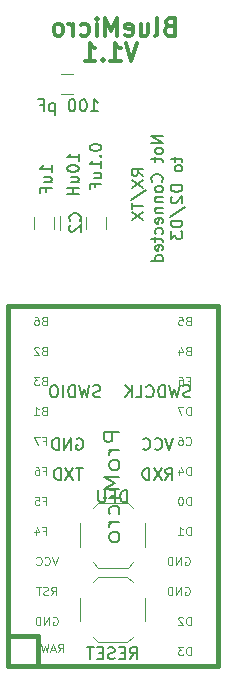
<source format=gbr>
G04 #@! TF.FileFunction,Legend,Bot*
%FSLAX46Y46*%
G04 Gerber Fmt 4.6, Leading zero omitted, Abs format (unit mm)*
G04 Created by KiCad (PCBNEW 4.0.7) date 05/29/18 11:00:58*
%MOMM*%
%LPD*%
G01*
G04 APERTURE LIST*
%ADD10C,0.100000*%
%ADD11C,0.150000*%
%ADD12C,0.300000*%
%ADD13C,0.200000*%
%ADD14C,0.120000*%
%ADD15C,0.381000*%
%ADD16C,0.203200*%
G04 APERTURE END LIST*
D10*
D11*
X111832381Y-111868509D02*
X111356190Y-111535175D01*
X111832381Y-111297080D02*
X110832381Y-111297080D01*
X110832381Y-111678033D01*
X110880000Y-111773271D01*
X110927619Y-111820890D01*
X111022857Y-111868509D01*
X111165714Y-111868509D01*
X111260952Y-111820890D01*
X111308571Y-111773271D01*
X111356190Y-111678033D01*
X111356190Y-111297080D01*
X110832381Y-112201842D02*
X111832381Y-112868509D01*
X110832381Y-112868509D02*
X111832381Y-112201842D01*
X110784762Y-113963747D02*
X112070476Y-113106604D01*
X110832381Y-114154223D02*
X110832381Y-114725652D01*
X111832381Y-114439937D02*
X110832381Y-114439937D01*
X110832381Y-114963747D02*
X111832381Y-115630414D01*
X110832381Y-115630414D02*
X111832381Y-114963747D01*
X113482381Y-108511365D02*
X112482381Y-108511365D01*
X113482381Y-109082794D01*
X112482381Y-109082794D01*
X113482381Y-109701841D02*
X113434762Y-109606603D01*
X113387143Y-109558984D01*
X113291905Y-109511365D01*
X113006190Y-109511365D01*
X112910952Y-109558984D01*
X112863333Y-109606603D01*
X112815714Y-109701841D01*
X112815714Y-109844699D01*
X112863333Y-109939937D01*
X112910952Y-109987556D01*
X113006190Y-110035175D01*
X113291905Y-110035175D01*
X113387143Y-109987556D01*
X113434762Y-109939937D01*
X113482381Y-109844699D01*
X113482381Y-109701841D01*
X112815714Y-110320889D02*
X112815714Y-110701841D01*
X112482381Y-110463746D02*
X113339524Y-110463746D01*
X113434762Y-110511365D01*
X113482381Y-110606603D01*
X113482381Y-110701841D01*
X113387143Y-112368509D02*
X113434762Y-112320890D01*
X113482381Y-112178033D01*
X113482381Y-112082795D01*
X113434762Y-111939937D01*
X113339524Y-111844699D01*
X113244286Y-111797080D01*
X113053810Y-111749461D01*
X112910952Y-111749461D01*
X112720476Y-111797080D01*
X112625238Y-111844699D01*
X112530000Y-111939937D01*
X112482381Y-112082795D01*
X112482381Y-112178033D01*
X112530000Y-112320890D01*
X112577619Y-112368509D01*
X113482381Y-112939937D02*
X113434762Y-112844699D01*
X113387143Y-112797080D01*
X113291905Y-112749461D01*
X113006190Y-112749461D01*
X112910952Y-112797080D01*
X112863333Y-112844699D01*
X112815714Y-112939937D01*
X112815714Y-113082795D01*
X112863333Y-113178033D01*
X112910952Y-113225652D01*
X113006190Y-113273271D01*
X113291905Y-113273271D01*
X113387143Y-113225652D01*
X113434762Y-113178033D01*
X113482381Y-113082795D01*
X113482381Y-112939937D01*
X112815714Y-113701842D02*
X113482381Y-113701842D01*
X112910952Y-113701842D02*
X112863333Y-113749461D01*
X112815714Y-113844699D01*
X112815714Y-113987557D01*
X112863333Y-114082795D01*
X112958571Y-114130414D01*
X113482381Y-114130414D01*
X112815714Y-114606604D02*
X113482381Y-114606604D01*
X112910952Y-114606604D02*
X112863333Y-114654223D01*
X112815714Y-114749461D01*
X112815714Y-114892319D01*
X112863333Y-114987557D01*
X112958571Y-115035176D01*
X113482381Y-115035176D01*
X113434762Y-115892319D02*
X113482381Y-115797081D01*
X113482381Y-115606604D01*
X113434762Y-115511366D01*
X113339524Y-115463747D01*
X112958571Y-115463747D01*
X112863333Y-115511366D01*
X112815714Y-115606604D01*
X112815714Y-115797081D01*
X112863333Y-115892319D01*
X112958571Y-115939938D01*
X113053810Y-115939938D01*
X113149048Y-115463747D01*
X113434762Y-116797081D02*
X113482381Y-116701843D01*
X113482381Y-116511366D01*
X113434762Y-116416128D01*
X113387143Y-116368509D01*
X113291905Y-116320890D01*
X113006190Y-116320890D01*
X112910952Y-116368509D01*
X112863333Y-116416128D01*
X112815714Y-116511366D01*
X112815714Y-116701843D01*
X112863333Y-116797081D01*
X112815714Y-117082795D02*
X112815714Y-117463747D01*
X112482381Y-117225652D02*
X113339524Y-117225652D01*
X113434762Y-117273271D01*
X113482381Y-117368509D01*
X113482381Y-117463747D01*
X113434762Y-118178034D02*
X113482381Y-118082796D01*
X113482381Y-117892319D01*
X113434762Y-117797081D01*
X113339524Y-117749462D01*
X112958571Y-117749462D01*
X112863333Y-117797081D01*
X112815714Y-117892319D01*
X112815714Y-118082796D01*
X112863333Y-118178034D01*
X112958571Y-118225653D01*
X113053810Y-118225653D01*
X113149048Y-117749462D01*
X113482381Y-119082796D02*
X112482381Y-119082796D01*
X113434762Y-119082796D02*
X113482381Y-118987558D01*
X113482381Y-118797081D01*
X113434762Y-118701843D01*
X113387143Y-118654224D01*
X113291905Y-118606605D01*
X113006190Y-118606605D01*
X112910952Y-118654224D01*
X112863333Y-118701843D01*
X112815714Y-118797081D01*
X112815714Y-118987558D01*
X112863333Y-119082796D01*
X114465714Y-110297080D02*
X114465714Y-110678032D01*
X114132381Y-110439937D02*
X114989524Y-110439937D01*
X115084762Y-110487556D01*
X115132381Y-110582794D01*
X115132381Y-110678032D01*
X115132381Y-111154223D02*
X115084762Y-111058985D01*
X115037143Y-111011366D01*
X114941905Y-110963747D01*
X114656190Y-110963747D01*
X114560952Y-111011366D01*
X114513333Y-111058985D01*
X114465714Y-111154223D01*
X114465714Y-111297081D01*
X114513333Y-111392319D01*
X114560952Y-111439938D01*
X114656190Y-111487557D01*
X114941905Y-111487557D01*
X115037143Y-111439938D01*
X115084762Y-111392319D01*
X115132381Y-111297081D01*
X115132381Y-111154223D01*
X115132381Y-112678033D02*
X114132381Y-112678033D01*
X114132381Y-112916128D01*
X114180000Y-113058986D01*
X114275238Y-113154224D01*
X114370476Y-113201843D01*
X114560952Y-113249462D01*
X114703810Y-113249462D01*
X114894286Y-113201843D01*
X114989524Y-113154224D01*
X115084762Y-113058986D01*
X115132381Y-112916128D01*
X115132381Y-112678033D01*
X114227619Y-113630414D02*
X114180000Y-113678033D01*
X114132381Y-113773271D01*
X114132381Y-114011367D01*
X114180000Y-114106605D01*
X114227619Y-114154224D01*
X114322857Y-114201843D01*
X114418095Y-114201843D01*
X114560952Y-114154224D01*
X115132381Y-113582795D01*
X115132381Y-114201843D01*
X114084762Y-115344700D02*
X115370476Y-114487557D01*
X115132381Y-115678033D02*
X114132381Y-115678033D01*
X114132381Y-115916128D01*
X114180000Y-116058986D01*
X114275238Y-116154224D01*
X114370476Y-116201843D01*
X114560952Y-116249462D01*
X114703810Y-116249462D01*
X114894286Y-116201843D01*
X114989524Y-116154224D01*
X115084762Y-116058986D01*
X115132381Y-115916128D01*
X115132381Y-115678033D01*
X114132381Y-116582795D02*
X114132381Y-117201843D01*
X114513333Y-116868509D01*
X114513333Y-117011367D01*
X114560952Y-117106605D01*
X114608571Y-117154224D01*
X114703810Y-117201843D01*
X114941905Y-117201843D01*
X115037143Y-117154224D01*
X115084762Y-117106605D01*
X115132381Y-117011367D01*
X115132381Y-116725652D01*
X115084762Y-116630414D01*
X115037143Y-116582795D01*
D12*
X111317754Y-100664271D02*
X110817754Y-102164271D01*
X110317754Y-100664271D01*
X109032040Y-102164271D02*
X109889183Y-102164271D01*
X109460611Y-102164271D02*
X109460611Y-100664271D01*
X109603468Y-100878557D01*
X109746326Y-101021414D01*
X109889183Y-101092843D01*
X108389183Y-102021414D02*
X108317755Y-102092843D01*
X108389183Y-102164271D01*
X108460612Y-102092843D01*
X108389183Y-102021414D01*
X108389183Y-102164271D01*
X106889183Y-102164271D02*
X107746326Y-102164271D01*
X107317754Y-102164271D02*
X107317754Y-100664271D01*
X107460611Y-100878557D01*
X107603469Y-101021414D01*
X107746326Y-101092843D01*
X114017642Y-99217017D02*
X113803356Y-99288446D01*
X113731928Y-99359874D01*
X113660499Y-99502731D01*
X113660499Y-99717017D01*
X113731928Y-99859874D01*
X113803356Y-99931303D01*
X113946214Y-100002731D01*
X114517642Y-100002731D01*
X114517642Y-98502731D01*
X114017642Y-98502731D01*
X113874785Y-98574160D01*
X113803356Y-98645589D01*
X113731928Y-98788446D01*
X113731928Y-98931303D01*
X113803356Y-99074160D01*
X113874785Y-99145589D01*
X114017642Y-99217017D01*
X114517642Y-99217017D01*
X112803356Y-100002731D02*
X112946214Y-99931303D01*
X113017642Y-99788446D01*
X113017642Y-98502731D01*
X111589071Y-99002731D02*
X111589071Y-100002731D01*
X112231928Y-99002731D02*
X112231928Y-99788446D01*
X112160500Y-99931303D01*
X112017642Y-100002731D01*
X111803357Y-100002731D01*
X111660500Y-99931303D01*
X111589071Y-99859874D01*
X110303357Y-99931303D02*
X110446214Y-100002731D01*
X110731928Y-100002731D01*
X110874785Y-99931303D01*
X110946214Y-99788446D01*
X110946214Y-99217017D01*
X110874785Y-99074160D01*
X110731928Y-99002731D01*
X110446214Y-99002731D01*
X110303357Y-99074160D01*
X110231928Y-99217017D01*
X110231928Y-99359874D01*
X110946214Y-99502731D01*
X109589071Y-100002731D02*
X109589071Y-98502731D01*
X109089071Y-99574160D01*
X108589071Y-98502731D01*
X108589071Y-100002731D01*
X107874785Y-100002731D02*
X107874785Y-99002731D01*
X107874785Y-98502731D02*
X107946214Y-98574160D01*
X107874785Y-98645589D01*
X107803357Y-98574160D01*
X107874785Y-98502731D01*
X107874785Y-98645589D01*
X106517642Y-99931303D02*
X106660499Y-100002731D01*
X106946213Y-100002731D01*
X107089071Y-99931303D01*
X107160499Y-99859874D01*
X107231928Y-99717017D01*
X107231928Y-99288446D01*
X107160499Y-99145589D01*
X107089071Y-99074160D01*
X106946213Y-99002731D01*
X106660499Y-99002731D01*
X106517642Y-99074160D01*
X105874785Y-100002731D02*
X105874785Y-99002731D01*
X105874785Y-99288446D02*
X105803357Y-99145589D01*
X105731928Y-99074160D01*
X105589071Y-99002731D01*
X105446214Y-99002731D01*
X104731928Y-100002731D02*
X104874786Y-99931303D01*
X104946214Y-99859874D01*
X105017643Y-99717017D01*
X105017643Y-99288446D01*
X104946214Y-99145589D01*
X104874786Y-99074160D01*
X104731928Y-99002731D01*
X104517643Y-99002731D01*
X104374786Y-99074160D01*
X104303357Y-99145589D01*
X104231928Y-99288446D01*
X104231928Y-99717017D01*
X104303357Y-99859874D01*
X104374786Y-99931303D01*
X104517643Y-100002731D01*
X104731928Y-100002731D01*
D13*
X108164047Y-130579762D02*
X108021190Y-130627381D01*
X107783094Y-130627381D01*
X107687856Y-130579762D01*
X107640237Y-130532143D01*
X107592618Y-130436905D01*
X107592618Y-130341667D01*
X107640237Y-130246429D01*
X107687856Y-130198810D01*
X107783094Y-130151190D01*
X107973571Y-130103571D01*
X108068809Y-130055952D01*
X108116428Y-130008333D01*
X108164047Y-129913095D01*
X108164047Y-129817857D01*
X108116428Y-129722619D01*
X108068809Y-129675000D01*
X107973571Y-129627381D01*
X107735475Y-129627381D01*
X107592618Y-129675000D01*
X107259285Y-129627381D02*
X107021190Y-130627381D01*
X106830713Y-129913095D01*
X106640237Y-130627381D01*
X106402142Y-129627381D01*
X106021190Y-130627381D02*
X106021190Y-129627381D01*
X105783095Y-129627381D01*
X105640237Y-129675000D01*
X105544999Y-129770238D01*
X105497380Y-129865476D01*
X105449761Y-130055952D01*
X105449761Y-130198810D01*
X105497380Y-130389286D01*
X105544999Y-130484524D01*
X105640237Y-130579762D01*
X105783095Y-130627381D01*
X106021190Y-130627381D01*
X105021190Y-130627381D02*
X105021190Y-129627381D01*
X104354524Y-129627381D02*
X104164047Y-129627381D01*
X104068809Y-129675000D01*
X103973571Y-129770238D01*
X103925952Y-129960714D01*
X103925952Y-130294048D01*
X103973571Y-130484524D01*
X104068809Y-130579762D01*
X104164047Y-130627381D01*
X104354524Y-130627381D01*
X104449762Y-130579762D01*
X104545000Y-130484524D01*
X104592619Y-130294048D01*
X104592619Y-129960714D01*
X104545000Y-129770238D01*
X104449762Y-129675000D01*
X104354524Y-129627381D01*
X115791905Y-130579762D02*
X115649048Y-130627381D01*
X115410952Y-130627381D01*
X115315714Y-130579762D01*
X115268095Y-130532143D01*
X115220476Y-130436905D01*
X115220476Y-130341667D01*
X115268095Y-130246429D01*
X115315714Y-130198810D01*
X115410952Y-130151190D01*
X115601429Y-130103571D01*
X115696667Y-130055952D01*
X115744286Y-130008333D01*
X115791905Y-129913095D01*
X115791905Y-129817857D01*
X115744286Y-129722619D01*
X115696667Y-129675000D01*
X115601429Y-129627381D01*
X115363333Y-129627381D01*
X115220476Y-129675000D01*
X114887143Y-129627381D02*
X114649048Y-130627381D01*
X114458571Y-129913095D01*
X114268095Y-130627381D01*
X114030000Y-129627381D01*
X113649048Y-130627381D02*
X113649048Y-129627381D01*
X113410953Y-129627381D01*
X113268095Y-129675000D01*
X113172857Y-129770238D01*
X113125238Y-129865476D01*
X113077619Y-130055952D01*
X113077619Y-130198810D01*
X113125238Y-130389286D01*
X113172857Y-130484524D01*
X113268095Y-130579762D01*
X113410953Y-130627381D01*
X113649048Y-130627381D01*
X112077619Y-130532143D02*
X112125238Y-130579762D01*
X112268095Y-130627381D01*
X112363333Y-130627381D01*
X112506191Y-130579762D01*
X112601429Y-130484524D01*
X112649048Y-130389286D01*
X112696667Y-130198810D01*
X112696667Y-130055952D01*
X112649048Y-129865476D01*
X112601429Y-129770238D01*
X112506191Y-129675000D01*
X112363333Y-129627381D01*
X112268095Y-129627381D01*
X112125238Y-129675000D01*
X112077619Y-129722619D01*
X111172857Y-130627381D02*
X111649048Y-130627381D01*
X111649048Y-129627381D01*
X110839524Y-130627381D02*
X110839524Y-129627381D01*
X110268095Y-130627381D02*
X110696667Y-130055952D01*
X110268095Y-129627381D02*
X110839524Y-130198810D01*
X106171904Y-134120000D02*
X106267142Y-134072381D01*
X106409999Y-134072381D01*
X106552857Y-134120000D01*
X106648095Y-134215238D01*
X106695714Y-134310476D01*
X106743333Y-134500952D01*
X106743333Y-134643810D01*
X106695714Y-134834286D01*
X106648095Y-134929524D01*
X106552857Y-135024762D01*
X106409999Y-135072381D01*
X106314761Y-135072381D01*
X106171904Y-135024762D01*
X106124285Y-134977143D01*
X106124285Y-134643810D01*
X106314761Y-134643810D01*
X105695714Y-135072381D02*
X105695714Y-134072381D01*
X105124285Y-135072381D01*
X105124285Y-134072381D01*
X104648095Y-135072381D02*
X104648095Y-134072381D01*
X104410000Y-134072381D01*
X104267142Y-134120000D01*
X104171904Y-134215238D01*
X104124285Y-134310476D01*
X104076666Y-134500952D01*
X104076666Y-134643810D01*
X104124285Y-134834286D01*
X104171904Y-134929524D01*
X104267142Y-135024762D01*
X104410000Y-135072381D01*
X104648095Y-135072381D01*
X114363333Y-134072381D02*
X114030000Y-135072381D01*
X113696666Y-134072381D01*
X112791904Y-134977143D02*
X112839523Y-135024762D01*
X112982380Y-135072381D01*
X113077618Y-135072381D01*
X113220476Y-135024762D01*
X113315714Y-134929524D01*
X113363333Y-134834286D01*
X113410952Y-134643810D01*
X113410952Y-134500952D01*
X113363333Y-134310476D01*
X113315714Y-134215238D01*
X113220476Y-134120000D01*
X113077618Y-134072381D01*
X112982380Y-134072381D01*
X112839523Y-134120000D01*
X112791904Y-134167619D01*
X111791904Y-134977143D02*
X111839523Y-135024762D01*
X111982380Y-135072381D01*
X112077618Y-135072381D01*
X112220476Y-135024762D01*
X112315714Y-134929524D01*
X112363333Y-134834286D01*
X112410952Y-134643810D01*
X112410952Y-134500952D01*
X112363333Y-134310476D01*
X112315714Y-134215238D01*
X112220476Y-134120000D01*
X112077618Y-134072381D01*
X111982380Y-134072381D01*
X111839523Y-134120000D01*
X111791904Y-134167619D01*
X106671905Y-136612381D02*
X106100476Y-136612381D01*
X106386191Y-137612381D02*
X106386191Y-136612381D01*
X105862381Y-136612381D02*
X105195714Y-137612381D01*
X105195714Y-136612381D02*
X105862381Y-137612381D01*
X104814762Y-137612381D02*
X104814762Y-136612381D01*
X104576667Y-136612381D01*
X104433809Y-136660000D01*
X104338571Y-136755238D01*
X104290952Y-136850476D01*
X104243333Y-137040952D01*
X104243333Y-137183810D01*
X104290952Y-137374286D01*
X104338571Y-137469524D01*
X104433809Y-137564762D01*
X104576667Y-137612381D01*
X104814762Y-137612381D01*
X113696666Y-137612381D02*
X114030000Y-137136190D01*
X114268095Y-137612381D02*
X114268095Y-136612381D01*
X113887142Y-136612381D01*
X113791904Y-136660000D01*
X113744285Y-136707619D01*
X113696666Y-136802857D01*
X113696666Y-136945714D01*
X113744285Y-137040952D01*
X113791904Y-137088571D01*
X113887142Y-137136190D01*
X114268095Y-137136190D01*
X113363333Y-136612381D02*
X112696666Y-137612381D01*
X112696666Y-136612381D02*
X113363333Y-137612381D01*
X112315714Y-137612381D02*
X112315714Y-136612381D01*
X112077619Y-136612381D01*
X111934761Y-136660000D01*
X111839523Y-136755238D01*
X111791904Y-136850476D01*
X111744285Y-137040952D01*
X111744285Y-137183810D01*
X111791904Y-137374286D01*
X111839523Y-137469524D01*
X111934761Y-137564762D01*
X112077619Y-137612381D01*
X112315714Y-137612381D01*
D14*
X107531500Y-139995000D02*
X107981500Y-139545000D01*
X110931500Y-139995000D02*
X110481500Y-139545000D01*
X110931500Y-144595000D02*
X110481500Y-145045000D01*
X107531500Y-144595000D02*
X107981500Y-145045000D01*
X111981500Y-143295000D02*
X111981500Y-141295000D01*
X107981500Y-139545000D02*
X110481500Y-139545000D01*
X106481500Y-143295000D02*
X106481500Y-141295000D01*
X107981500Y-145045000D02*
X110481500Y-145045000D01*
D15*
X118110000Y-153416000D02*
X100330000Y-153416000D01*
X100330000Y-153416000D02*
X100330000Y-122936000D01*
X100330000Y-122936000D02*
X118110000Y-122936000D01*
X118110000Y-122936000D02*
X118110000Y-153416000D01*
X102870000Y-153416000D02*
X102870000Y-150876000D01*
X102870000Y-150876000D02*
X100330000Y-150876000D01*
D14*
X102528000Y-116344000D02*
X102528000Y-115344000D01*
X104228000Y-115344000D02*
X104228000Y-116344000D01*
X106544000Y-116471000D02*
X106544000Y-115271000D01*
X104784000Y-115271000D02*
X104784000Y-116471000D01*
X110920000Y-150890000D02*
X110470000Y-151340000D01*
X107520000Y-150890000D02*
X107970000Y-151340000D01*
X107520000Y-146290000D02*
X107970000Y-145840000D01*
X110920000Y-146290000D02*
X110470000Y-145840000D01*
X106470000Y-147590000D02*
X106470000Y-149590000D01*
X110470000Y-151340000D02*
X107970000Y-151340000D01*
X111970000Y-147590000D02*
X111970000Y-149590000D01*
X110470000Y-145840000D02*
X107970000Y-145840000D01*
X106973000Y-116344000D02*
X106973000Y-115344000D01*
X108673000Y-115344000D02*
X108673000Y-116344000D01*
X105890000Y-104990000D02*
X104890000Y-104990000D01*
X104890000Y-103290000D02*
X105890000Y-103290000D01*
D11*
X110445786Y-139517381D02*
X110445786Y-138517381D01*
X110207691Y-138517381D01*
X110064833Y-138565000D01*
X109969595Y-138660238D01*
X109921976Y-138755476D01*
X109874357Y-138945952D01*
X109874357Y-139088810D01*
X109921976Y-139279286D01*
X109969595Y-139374524D01*
X110064833Y-139469762D01*
X110207691Y-139517381D01*
X110445786Y-139517381D01*
X109112452Y-138993571D02*
X109445786Y-138993571D01*
X109445786Y-139517381D02*
X109445786Y-138517381D01*
X108969595Y-138517381D01*
X108588643Y-138517381D02*
X108588643Y-139326905D01*
X108541024Y-139422143D01*
X108493405Y-139469762D01*
X108398167Y-139517381D01*
X108207690Y-139517381D01*
X108112452Y-139469762D01*
X108064833Y-139422143D01*
X108017214Y-139326905D01*
X108017214Y-138517381D01*
D16*
X109794524Y-133567714D02*
X108524524Y-133567714D01*
X108524524Y-134148286D01*
X108585000Y-134293428D01*
X108645476Y-134366000D01*
X108766429Y-134438571D01*
X108947857Y-134438571D01*
X109068810Y-134366000D01*
X109129286Y-134293428D01*
X109189762Y-134148286D01*
X109189762Y-133567714D01*
X109794524Y-135091714D02*
X108947857Y-135091714D01*
X109189762Y-135091714D02*
X109068810Y-135164286D01*
X109008333Y-135236857D01*
X108947857Y-135382000D01*
X108947857Y-135527143D01*
X109794524Y-136252857D02*
X109734048Y-136107715D01*
X109673571Y-136035143D01*
X109552619Y-135962572D01*
X109189762Y-135962572D01*
X109068810Y-136035143D01*
X109008333Y-136107715D01*
X108947857Y-136252857D01*
X108947857Y-136470572D01*
X109008333Y-136615715D01*
X109068810Y-136688286D01*
X109189762Y-136760857D01*
X109552619Y-136760857D01*
X109673571Y-136688286D01*
X109734048Y-136615715D01*
X109794524Y-136470572D01*
X109794524Y-136252857D01*
X109794524Y-137414000D02*
X108524524Y-137414000D01*
X109431667Y-137922000D01*
X108524524Y-138430000D01*
X109794524Y-138430000D01*
X109794524Y-139155714D02*
X108947857Y-139155714D01*
X108524524Y-139155714D02*
X108585000Y-139083143D01*
X108645476Y-139155714D01*
X108585000Y-139228286D01*
X108524524Y-139155714D01*
X108645476Y-139155714D01*
X109734048Y-140534571D02*
X109794524Y-140389428D01*
X109794524Y-140099142D01*
X109734048Y-139954000D01*
X109673571Y-139881428D01*
X109552619Y-139808857D01*
X109189762Y-139808857D01*
X109068810Y-139881428D01*
X109008333Y-139954000D01*
X108947857Y-140099142D01*
X108947857Y-140389428D01*
X109008333Y-140534571D01*
X109794524Y-141187714D02*
X108947857Y-141187714D01*
X109189762Y-141187714D02*
X109068810Y-141260286D01*
X109008333Y-141332857D01*
X108947857Y-141478000D01*
X108947857Y-141623143D01*
X109794524Y-142348857D02*
X109734048Y-142203715D01*
X109673571Y-142131143D01*
X109552619Y-142058572D01*
X109189762Y-142058572D01*
X109068810Y-142131143D01*
X109008333Y-142203715D01*
X108947857Y-142348857D01*
X108947857Y-142566572D01*
X109008333Y-142711715D01*
X109068810Y-142784286D01*
X109189762Y-142856857D01*
X109552619Y-142856857D01*
X109673571Y-142784286D01*
X109734048Y-142711715D01*
X109794524Y-142566572D01*
X109794524Y-142348857D01*
D10*
X115599333Y-124156000D02*
X115499333Y-124189333D01*
X115466000Y-124222667D01*
X115432666Y-124289333D01*
X115432666Y-124389333D01*
X115466000Y-124456000D01*
X115499333Y-124489333D01*
X115566000Y-124522667D01*
X115832666Y-124522667D01*
X115832666Y-123822667D01*
X115599333Y-123822667D01*
X115532666Y-123856000D01*
X115499333Y-123889333D01*
X115466000Y-123956000D01*
X115466000Y-124022667D01*
X115499333Y-124089333D01*
X115532666Y-124122667D01*
X115599333Y-124156000D01*
X115832666Y-124156000D01*
X114799333Y-123822667D02*
X115132666Y-123822667D01*
X115166000Y-124156000D01*
X115132666Y-124122667D01*
X115066000Y-124089333D01*
X114899333Y-124089333D01*
X114832666Y-124122667D01*
X114799333Y-124156000D01*
X114766000Y-124222667D01*
X114766000Y-124389333D01*
X114799333Y-124456000D01*
X114832666Y-124489333D01*
X114899333Y-124522667D01*
X115066000Y-124522667D01*
X115132666Y-124489333D01*
X115166000Y-124456000D01*
X115599333Y-126696000D02*
X115499333Y-126729333D01*
X115466000Y-126762667D01*
X115432666Y-126829333D01*
X115432666Y-126929333D01*
X115466000Y-126996000D01*
X115499333Y-127029333D01*
X115566000Y-127062667D01*
X115832666Y-127062667D01*
X115832666Y-126362667D01*
X115599333Y-126362667D01*
X115532666Y-126396000D01*
X115499333Y-126429333D01*
X115466000Y-126496000D01*
X115466000Y-126562667D01*
X115499333Y-126629333D01*
X115532666Y-126662667D01*
X115599333Y-126696000D01*
X115832666Y-126696000D01*
X114832666Y-126596000D02*
X114832666Y-127062667D01*
X114999333Y-126329333D02*
X115166000Y-126829333D01*
X114732666Y-126829333D01*
X115799333Y-129236000D02*
X115566000Y-129236000D01*
X115466000Y-129602667D02*
X115799333Y-129602667D01*
X115799333Y-128902667D01*
X115466000Y-128902667D01*
X114866000Y-128902667D02*
X114999334Y-128902667D01*
X115066000Y-128936000D01*
X115099334Y-128969333D01*
X115166000Y-129069333D01*
X115199334Y-129202667D01*
X115199334Y-129469333D01*
X115166000Y-129536000D01*
X115132667Y-129569333D01*
X115066000Y-129602667D01*
X114932667Y-129602667D01*
X114866000Y-129569333D01*
X114832667Y-129536000D01*
X114799334Y-129469333D01*
X114799334Y-129302667D01*
X114832667Y-129236000D01*
X114866000Y-129202667D01*
X114932667Y-129169333D01*
X115066000Y-129169333D01*
X115132667Y-129202667D01*
X115166000Y-129236000D01*
X115199334Y-129302667D01*
X115832666Y-132142667D02*
X115832666Y-131442667D01*
X115666000Y-131442667D01*
X115566000Y-131476000D01*
X115499333Y-131542667D01*
X115466000Y-131609333D01*
X115432666Y-131742667D01*
X115432666Y-131842667D01*
X115466000Y-131976000D01*
X115499333Y-132042667D01*
X115566000Y-132109333D01*
X115666000Y-132142667D01*
X115832666Y-132142667D01*
X115199333Y-131442667D02*
X114732666Y-131442667D01*
X115032666Y-132142667D01*
X115432666Y-134616000D02*
X115466000Y-134649333D01*
X115566000Y-134682667D01*
X115632666Y-134682667D01*
X115732666Y-134649333D01*
X115799333Y-134582667D01*
X115832666Y-134516000D01*
X115866000Y-134382667D01*
X115866000Y-134282667D01*
X115832666Y-134149333D01*
X115799333Y-134082667D01*
X115732666Y-134016000D01*
X115632666Y-133982667D01*
X115566000Y-133982667D01*
X115466000Y-134016000D01*
X115432666Y-134049333D01*
X114832666Y-133982667D02*
X114966000Y-133982667D01*
X115032666Y-134016000D01*
X115066000Y-134049333D01*
X115132666Y-134149333D01*
X115166000Y-134282667D01*
X115166000Y-134549333D01*
X115132666Y-134616000D01*
X115099333Y-134649333D01*
X115032666Y-134682667D01*
X114899333Y-134682667D01*
X114832666Y-134649333D01*
X114799333Y-134616000D01*
X114766000Y-134549333D01*
X114766000Y-134382667D01*
X114799333Y-134316000D01*
X114832666Y-134282667D01*
X114899333Y-134249333D01*
X115032666Y-134249333D01*
X115099333Y-134282667D01*
X115132666Y-134316000D01*
X115166000Y-134382667D01*
X115832666Y-137222667D02*
X115832666Y-136522667D01*
X115666000Y-136522667D01*
X115566000Y-136556000D01*
X115499333Y-136622667D01*
X115466000Y-136689333D01*
X115432666Y-136822667D01*
X115432666Y-136922667D01*
X115466000Y-137056000D01*
X115499333Y-137122667D01*
X115566000Y-137189333D01*
X115666000Y-137222667D01*
X115832666Y-137222667D01*
X114832666Y-136756000D02*
X114832666Y-137222667D01*
X114999333Y-136489333D02*
X115166000Y-136989333D01*
X114732666Y-136989333D01*
X115832666Y-139762667D02*
X115832666Y-139062667D01*
X115666000Y-139062667D01*
X115566000Y-139096000D01*
X115499333Y-139162667D01*
X115466000Y-139229333D01*
X115432666Y-139362667D01*
X115432666Y-139462667D01*
X115466000Y-139596000D01*
X115499333Y-139662667D01*
X115566000Y-139729333D01*
X115666000Y-139762667D01*
X115832666Y-139762667D01*
X114999333Y-139062667D02*
X114932666Y-139062667D01*
X114866000Y-139096000D01*
X114832666Y-139129333D01*
X114799333Y-139196000D01*
X114766000Y-139329333D01*
X114766000Y-139496000D01*
X114799333Y-139629333D01*
X114832666Y-139696000D01*
X114866000Y-139729333D01*
X114932666Y-139762667D01*
X114999333Y-139762667D01*
X115066000Y-139729333D01*
X115099333Y-139696000D01*
X115132666Y-139629333D01*
X115166000Y-139496000D01*
X115166000Y-139329333D01*
X115132666Y-139196000D01*
X115099333Y-139129333D01*
X115066000Y-139096000D01*
X114999333Y-139062667D01*
X115832666Y-142302667D02*
X115832666Y-141602667D01*
X115666000Y-141602667D01*
X115566000Y-141636000D01*
X115499333Y-141702667D01*
X115466000Y-141769333D01*
X115432666Y-141902667D01*
X115432666Y-142002667D01*
X115466000Y-142136000D01*
X115499333Y-142202667D01*
X115566000Y-142269333D01*
X115666000Y-142302667D01*
X115832666Y-142302667D01*
X114766000Y-142302667D02*
X115166000Y-142302667D01*
X114966000Y-142302667D02*
X114966000Y-141602667D01*
X115032666Y-141702667D01*
X115099333Y-141769333D01*
X115166000Y-141802667D01*
X115341333Y-144176000D02*
X115407999Y-144142667D01*
X115507999Y-144142667D01*
X115607999Y-144176000D01*
X115674666Y-144242667D01*
X115707999Y-144309333D01*
X115741333Y-144442667D01*
X115741333Y-144542667D01*
X115707999Y-144676000D01*
X115674666Y-144742667D01*
X115607999Y-144809333D01*
X115507999Y-144842667D01*
X115441333Y-144842667D01*
X115341333Y-144809333D01*
X115307999Y-144776000D01*
X115307999Y-144542667D01*
X115441333Y-144542667D01*
X115007999Y-144842667D02*
X115007999Y-144142667D01*
X114607999Y-144842667D01*
X114607999Y-144142667D01*
X114274666Y-144842667D02*
X114274666Y-144142667D01*
X114108000Y-144142667D01*
X114008000Y-144176000D01*
X113941333Y-144242667D01*
X113908000Y-144309333D01*
X113874666Y-144442667D01*
X113874666Y-144542667D01*
X113908000Y-144676000D01*
X113941333Y-144742667D01*
X114008000Y-144809333D01*
X114108000Y-144842667D01*
X114274666Y-144842667D01*
X115341333Y-146716000D02*
X115407999Y-146682667D01*
X115507999Y-146682667D01*
X115607999Y-146716000D01*
X115674666Y-146782667D01*
X115707999Y-146849333D01*
X115741333Y-146982667D01*
X115741333Y-147082667D01*
X115707999Y-147216000D01*
X115674666Y-147282667D01*
X115607999Y-147349333D01*
X115507999Y-147382667D01*
X115441333Y-147382667D01*
X115341333Y-147349333D01*
X115307999Y-147316000D01*
X115307999Y-147082667D01*
X115441333Y-147082667D01*
X115007999Y-147382667D02*
X115007999Y-146682667D01*
X114607999Y-147382667D01*
X114607999Y-146682667D01*
X114274666Y-147382667D02*
X114274666Y-146682667D01*
X114108000Y-146682667D01*
X114008000Y-146716000D01*
X113941333Y-146782667D01*
X113908000Y-146849333D01*
X113874666Y-146982667D01*
X113874666Y-147082667D01*
X113908000Y-147216000D01*
X113941333Y-147282667D01*
X114008000Y-147349333D01*
X114108000Y-147382667D01*
X114274666Y-147382667D01*
X115832666Y-149922667D02*
X115832666Y-149222667D01*
X115666000Y-149222667D01*
X115566000Y-149256000D01*
X115499333Y-149322667D01*
X115466000Y-149389333D01*
X115432666Y-149522667D01*
X115432666Y-149622667D01*
X115466000Y-149756000D01*
X115499333Y-149822667D01*
X115566000Y-149889333D01*
X115666000Y-149922667D01*
X115832666Y-149922667D01*
X115166000Y-149289333D02*
X115132666Y-149256000D01*
X115066000Y-149222667D01*
X114899333Y-149222667D01*
X114832666Y-149256000D01*
X114799333Y-149289333D01*
X114766000Y-149356000D01*
X114766000Y-149422667D01*
X114799333Y-149522667D01*
X115199333Y-149922667D01*
X114766000Y-149922667D01*
X115832666Y-152462667D02*
X115832666Y-151762667D01*
X115666000Y-151762667D01*
X115566000Y-151796000D01*
X115499333Y-151862667D01*
X115466000Y-151929333D01*
X115432666Y-152062667D01*
X115432666Y-152162667D01*
X115466000Y-152296000D01*
X115499333Y-152362667D01*
X115566000Y-152429333D01*
X115666000Y-152462667D01*
X115832666Y-152462667D01*
X115199333Y-151762667D02*
X114766000Y-151762667D01*
X114999333Y-152029333D01*
X114899333Y-152029333D01*
X114832666Y-152062667D01*
X114799333Y-152096000D01*
X114766000Y-152162667D01*
X114766000Y-152329333D01*
X114799333Y-152396000D01*
X114832666Y-152429333D01*
X114899333Y-152462667D01*
X115099333Y-152462667D01*
X115166000Y-152429333D01*
X115199333Y-152396000D01*
X103407333Y-124156000D02*
X103307333Y-124189333D01*
X103274000Y-124222667D01*
X103240666Y-124289333D01*
X103240666Y-124389333D01*
X103274000Y-124456000D01*
X103307333Y-124489333D01*
X103374000Y-124522667D01*
X103640666Y-124522667D01*
X103640666Y-123822667D01*
X103407333Y-123822667D01*
X103340666Y-123856000D01*
X103307333Y-123889333D01*
X103274000Y-123956000D01*
X103274000Y-124022667D01*
X103307333Y-124089333D01*
X103340666Y-124122667D01*
X103407333Y-124156000D01*
X103640666Y-124156000D01*
X102640666Y-123822667D02*
X102774000Y-123822667D01*
X102840666Y-123856000D01*
X102874000Y-123889333D01*
X102940666Y-123989333D01*
X102974000Y-124122667D01*
X102974000Y-124389333D01*
X102940666Y-124456000D01*
X102907333Y-124489333D01*
X102840666Y-124522667D01*
X102707333Y-124522667D01*
X102640666Y-124489333D01*
X102607333Y-124456000D01*
X102574000Y-124389333D01*
X102574000Y-124222667D01*
X102607333Y-124156000D01*
X102640666Y-124122667D01*
X102707333Y-124089333D01*
X102840666Y-124089333D01*
X102907333Y-124122667D01*
X102940666Y-124156000D01*
X102974000Y-124222667D01*
X103407333Y-126696000D02*
X103307333Y-126729333D01*
X103274000Y-126762667D01*
X103240666Y-126829333D01*
X103240666Y-126929333D01*
X103274000Y-126996000D01*
X103307333Y-127029333D01*
X103374000Y-127062667D01*
X103640666Y-127062667D01*
X103640666Y-126362667D01*
X103407333Y-126362667D01*
X103340666Y-126396000D01*
X103307333Y-126429333D01*
X103274000Y-126496000D01*
X103274000Y-126562667D01*
X103307333Y-126629333D01*
X103340666Y-126662667D01*
X103407333Y-126696000D01*
X103640666Y-126696000D01*
X102974000Y-126429333D02*
X102940666Y-126396000D01*
X102874000Y-126362667D01*
X102707333Y-126362667D01*
X102640666Y-126396000D01*
X102607333Y-126429333D01*
X102574000Y-126496000D01*
X102574000Y-126562667D01*
X102607333Y-126662667D01*
X103007333Y-127062667D01*
X102574000Y-127062667D01*
X103407333Y-129236000D02*
X103307333Y-129269333D01*
X103274000Y-129302667D01*
X103240666Y-129369333D01*
X103240666Y-129469333D01*
X103274000Y-129536000D01*
X103307333Y-129569333D01*
X103374000Y-129602667D01*
X103640666Y-129602667D01*
X103640666Y-128902667D01*
X103407333Y-128902667D01*
X103340666Y-128936000D01*
X103307333Y-128969333D01*
X103274000Y-129036000D01*
X103274000Y-129102667D01*
X103307333Y-129169333D01*
X103340666Y-129202667D01*
X103407333Y-129236000D01*
X103640666Y-129236000D01*
X103007333Y-128902667D02*
X102574000Y-128902667D01*
X102807333Y-129169333D01*
X102707333Y-129169333D01*
X102640666Y-129202667D01*
X102607333Y-129236000D01*
X102574000Y-129302667D01*
X102574000Y-129469333D01*
X102607333Y-129536000D01*
X102640666Y-129569333D01*
X102707333Y-129602667D01*
X102907333Y-129602667D01*
X102974000Y-129569333D01*
X103007333Y-129536000D01*
X103407333Y-131776000D02*
X103307333Y-131809333D01*
X103274000Y-131842667D01*
X103240666Y-131909333D01*
X103240666Y-132009333D01*
X103274000Y-132076000D01*
X103307333Y-132109333D01*
X103374000Y-132142667D01*
X103640666Y-132142667D01*
X103640666Y-131442667D01*
X103407333Y-131442667D01*
X103340666Y-131476000D01*
X103307333Y-131509333D01*
X103274000Y-131576000D01*
X103274000Y-131642667D01*
X103307333Y-131709333D01*
X103340666Y-131742667D01*
X103407333Y-131776000D01*
X103640666Y-131776000D01*
X102574000Y-132142667D02*
X102974000Y-132142667D01*
X102774000Y-132142667D02*
X102774000Y-131442667D01*
X102840666Y-131542667D01*
X102907333Y-131609333D01*
X102974000Y-131642667D01*
X103357333Y-136856000D02*
X103590666Y-136856000D01*
X103590666Y-137222667D02*
X103590666Y-136522667D01*
X103257333Y-136522667D01*
X102690666Y-136522667D02*
X102824000Y-136522667D01*
X102890666Y-136556000D01*
X102924000Y-136589333D01*
X102990666Y-136689333D01*
X103024000Y-136822667D01*
X103024000Y-137089333D01*
X102990666Y-137156000D01*
X102957333Y-137189333D01*
X102890666Y-137222667D01*
X102757333Y-137222667D01*
X102690666Y-137189333D01*
X102657333Y-137156000D01*
X102624000Y-137089333D01*
X102624000Y-136922667D01*
X102657333Y-136856000D01*
X102690666Y-136822667D01*
X102757333Y-136789333D01*
X102890666Y-136789333D01*
X102957333Y-136822667D01*
X102990666Y-136856000D01*
X103024000Y-136922667D01*
X103357333Y-134316000D02*
X103590666Y-134316000D01*
X103590666Y-134682667D02*
X103590666Y-133982667D01*
X103257333Y-133982667D01*
X103057333Y-133982667D02*
X102590666Y-133982667D01*
X102890666Y-134682667D01*
X103357333Y-139396000D02*
X103590666Y-139396000D01*
X103590666Y-139762667D02*
X103590666Y-139062667D01*
X103257333Y-139062667D01*
X102657333Y-139062667D02*
X102990666Y-139062667D01*
X103024000Y-139396000D01*
X102990666Y-139362667D01*
X102924000Y-139329333D01*
X102757333Y-139329333D01*
X102690666Y-139362667D01*
X102657333Y-139396000D01*
X102624000Y-139462667D01*
X102624000Y-139629333D01*
X102657333Y-139696000D01*
X102690666Y-139729333D01*
X102757333Y-139762667D01*
X102924000Y-139762667D01*
X102990666Y-139729333D01*
X103024000Y-139696000D01*
X103357333Y-141936000D02*
X103590666Y-141936000D01*
X103590666Y-142302667D02*
X103590666Y-141602667D01*
X103257333Y-141602667D01*
X102690666Y-141836000D02*
X102690666Y-142302667D01*
X102857333Y-141569333D02*
X103024000Y-142069333D01*
X102590666Y-142069333D01*
X104565333Y-144142667D02*
X104332000Y-144842667D01*
X104098667Y-144142667D01*
X103465333Y-144776000D02*
X103498667Y-144809333D01*
X103598667Y-144842667D01*
X103665333Y-144842667D01*
X103765333Y-144809333D01*
X103832000Y-144742667D01*
X103865333Y-144676000D01*
X103898667Y-144542667D01*
X103898667Y-144442667D01*
X103865333Y-144309333D01*
X103832000Y-144242667D01*
X103765333Y-144176000D01*
X103665333Y-144142667D01*
X103598667Y-144142667D01*
X103498667Y-144176000D01*
X103465333Y-144209333D01*
X102765333Y-144776000D02*
X102798667Y-144809333D01*
X102898667Y-144842667D01*
X102965333Y-144842667D01*
X103065333Y-144809333D01*
X103132000Y-144742667D01*
X103165333Y-144676000D01*
X103198667Y-144542667D01*
X103198667Y-144442667D01*
X103165333Y-144309333D01*
X103132000Y-144242667D01*
X103065333Y-144176000D01*
X102965333Y-144142667D01*
X102898667Y-144142667D01*
X102798667Y-144176000D01*
X102765333Y-144209333D01*
X104015333Y-147382667D02*
X104248667Y-147049333D01*
X104415333Y-147382667D02*
X104415333Y-146682667D01*
X104148667Y-146682667D01*
X104082000Y-146716000D01*
X104048667Y-146749333D01*
X104015333Y-146816000D01*
X104015333Y-146916000D01*
X104048667Y-146982667D01*
X104082000Y-147016000D01*
X104148667Y-147049333D01*
X104415333Y-147049333D01*
X103748667Y-147349333D02*
X103648667Y-147382667D01*
X103482000Y-147382667D01*
X103415333Y-147349333D01*
X103382000Y-147316000D01*
X103348667Y-147249333D01*
X103348667Y-147182667D01*
X103382000Y-147116000D01*
X103415333Y-147082667D01*
X103482000Y-147049333D01*
X103615333Y-147016000D01*
X103682000Y-146982667D01*
X103715333Y-146949333D01*
X103748667Y-146882667D01*
X103748667Y-146816000D01*
X103715333Y-146749333D01*
X103682000Y-146716000D01*
X103615333Y-146682667D01*
X103448667Y-146682667D01*
X103348667Y-146716000D01*
X103148666Y-146682667D02*
X102748666Y-146682667D01*
X102948666Y-147382667D02*
X102948666Y-146682667D01*
X104165333Y-149256000D02*
X104231999Y-149222667D01*
X104331999Y-149222667D01*
X104431999Y-149256000D01*
X104498666Y-149322667D01*
X104531999Y-149389333D01*
X104565333Y-149522667D01*
X104565333Y-149622667D01*
X104531999Y-149756000D01*
X104498666Y-149822667D01*
X104431999Y-149889333D01*
X104331999Y-149922667D01*
X104265333Y-149922667D01*
X104165333Y-149889333D01*
X104131999Y-149856000D01*
X104131999Y-149622667D01*
X104265333Y-149622667D01*
X103831999Y-149922667D02*
X103831999Y-149222667D01*
X103431999Y-149922667D01*
X103431999Y-149222667D01*
X103098666Y-149922667D02*
X103098666Y-149222667D01*
X102932000Y-149222667D01*
X102832000Y-149256000D01*
X102765333Y-149322667D01*
X102732000Y-149389333D01*
X102698666Y-149522667D01*
X102698666Y-149622667D01*
X102732000Y-149756000D01*
X102765333Y-149822667D01*
X102832000Y-149889333D01*
X102932000Y-149922667D01*
X103098666Y-149922667D01*
X104623333Y-152208667D02*
X104856667Y-151875333D01*
X105023333Y-152208667D02*
X105023333Y-151508667D01*
X104756667Y-151508667D01*
X104690000Y-151542000D01*
X104656667Y-151575333D01*
X104623333Y-151642000D01*
X104623333Y-151742000D01*
X104656667Y-151808667D01*
X104690000Y-151842000D01*
X104756667Y-151875333D01*
X105023333Y-151875333D01*
X104356667Y-152008667D02*
X104023333Y-152008667D01*
X104423333Y-152208667D02*
X104190000Y-151508667D01*
X103956667Y-152208667D01*
X103790000Y-151508667D02*
X103623333Y-152208667D01*
X103490000Y-151708667D01*
X103356667Y-152208667D01*
X103190000Y-151508667D01*
D11*
X104084381Y-111545762D02*
X104084381Y-110974333D01*
X104084381Y-111260047D02*
X103084381Y-111260047D01*
X103227238Y-111164809D01*
X103322476Y-111069571D01*
X103370095Y-110974333D01*
X103417714Y-112402905D02*
X104084381Y-112402905D01*
X103417714Y-111974333D02*
X103941524Y-111974333D01*
X104036762Y-112021952D01*
X104084381Y-112117190D01*
X104084381Y-112260048D01*
X104036762Y-112355286D01*
X103989143Y-112402905D01*
X103560571Y-113212429D02*
X103560571Y-112879095D01*
X104084381Y-112879095D02*
X103084381Y-112879095D01*
X103084381Y-113355286D01*
X106370381Y-110593334D02*
X106370381Y-110021905D01*
X106370381Y-110307619D02*
X105370381Y-110307619D01*
X105513238Y-110212381D01*
X105608476Y-110117143D01*
X105656095Y-110021905D01*
X105370381Y-111212381D02*
X105370381Y-111307620D01*
X105418000Y-111402858D01*
X105465619Y-111450477D01*
X105560857Y-111498096D01*
X105751333Y-111545715D01*
X105989429Y-111545715D01*
X106179905Y-111498096D01*
X106275143Y-111450477D01*
X106322762Y-111402858D01*
X106370381Y-111307620D01*
X106370381Y-111212381D01*
X106322762Y-111117143D01*
X106275143Y-111069524D01*
X106179905Y-111021905D01*
X105989429Y-110974286D01*
X105751333Y-110974286D01*
X105560857Y-111021905D01*
X105465619Y-111069524D01*
X105418000Y-111117143D01*
X105370381Y-111212381D01*
X105703714Y-112402858D02*
X106370381Y-112402858D01*
X105703714Y-111974286D02*
X106227524Y-111974286D01*
X106322762Y-112021905D01*
X106370381Y-112117143D01*
X106370381Y-112260001D01*
X106322762Y-112355239D01*
X106275143Y-112402858D01*
X106370381Y-112879048D02*
X105370381Y-112879048D01*
X105846571Y-112879048D02*
X105846571Y-113450477D01*
X106370381Y-113450477D02*
X105370381Y-113450477D01*
X110672381Y-152792381D02*
X111005715Y-152316190D01*
X111243810Y-152792381D02*
X111243810Y-151792381D01*
X110862857Y-151792381D01*
X110767619Y-151840000D01*
X110720000Y-151887619D01*
X110672381Y-151982857D01*
X110672381Y-152125714D01*
X110720000Y-152220952D01*
X110767619Y-152268571D01*
X110862857Y-152316190D01*
X111243810Y-152316190D01*
X110243810Y-152268571D02*
X109910476Y-152268571D01*
X109767619Y-152792381D02*
X110243810Y-152792381D01*
X110243810Y-151792381D01*
X109767619Y-151792381D01*
X109386667Y-152744762D02*
X109243810Y-152792381D01*
X109005714Y-152792381D01*
X108910476Y-152744762D01*
X108862857Y-152697143D01*
X108815238Y-152601905D01*
X108815238Y-152506667D01*
X108862857Y-152411429D01*
X108910476Y-152363810D01*
X109005714Y-152316190D01*
X109196191Y-152268571D01*
X109291429Y-152220952D01*
X109339048Y-152173333D01*
X109386667Y-152078095D01*
X109386667Y-151982857D01*
X109339048Y-151887619D01*
X109291429Y-151840000D01*
X109196191Y-151792381D01*
X108958095Y-151792381D01*
X108815238Y-151840000D01*
X108386667Y-152268571D02*
X108053333Y-152268571D01*
X107910476Y-152792381D02*
X108386667Y-152792381D01*
X108386667Y-151792381D01*
X107910476Y-151792381D01*
X107624762Y-151792381D02*
X107053333Y-151792381D01*
X107339048Y-152792381D02*
X107339048Y-151792381D01*
X106430143Y-115677334D02*
X106477762Y-115629715D01*
X106525381Y-115486858D01*
X106525381Y-115391620D01*
X106477762Y-115248762D01*
X106382524Y-115153524D01*
X106287286Y-115105905D01*
X106096810Y-115058286D01*
X105953952Y-115058286D01*
X105763476Y-115105905D01*
X105668238Y-115153524D01*
X105573000Y-115248762D01*
X105525381Y-115391620D01*
X105525381Y-115486858D01*
X105573000Y-115629715D01*
X105620619Y-115677334D01*
X105620619Y-116058286D02*
X105573000Y-116105905D01*
X105525381Y-116201143D01*
X105525381Y-116439239D01*
X105573000Y-116534477D01*
X105620619Y-116582096D01*
X105715857Y-116629715D01*
X105811095Y-116629715D01*
X105953952Y-116582096D01*
X106525381Y-116010667D01*
X106525381Y-116629715D01*
X107275381Y-109436143D02*
X107275381Y-109531382D01*
X107323000Y-109626620D01*
X107370619Y-109674239D01*
X107465857Y-109721858D01*
X107656333Y-109769477D01*
X107894429Y-109769477D01*
X108084905Y-109721858D01*
X108180143Y-109674239D01*
X108227762Y-109626620D01*
X108275381Y-109531382D01*
X108275381Y-109436143D01*
X108227762Y-109340905D01*
X108180143Y-109293286D01*
X108084905Y-109245667D01*
X107894429Y-109198048D01*
X107656333Y-109198048D01*
X107465857Y-109245667D01*
X107370619Y-109293286D01*
X107323000Y-109340905D01*
X107275381Y-109436143D01*
X108180143Y-110198048D02*
X108227762Y-110245667D01*
X108275381Y-110198048D01*
X108227762Y-110150429D01*
X108180143Y-110198048D01*
X108275381Y-110198048D01*
X108275381Y-111198048D02*
X108275381Y-110626619D01*
X108275381Y-110912333D02*
X107275381Y-110912333D01*
X107418238Y-110817095D01*
X107513476Y-110721857D01*
X107561095Y-110626619D01*
X107608714Y-112055191D02*
X108275381Y-112055191D01*
X107608714Y-111626619D02*
X108132524Y-111626619D01*
X108227762Y-111674238D01*
X108275381Y-111769476D01*
X108275381Y-111912334D01*
X108227762Y-112007572D01*
X108180143Y-112055191D01*
X107751571Y-112864715D02*
X107751571Y-112531381D01*
X108275381Y-112531381D02*
X107275381Y-112531381D01*
X107275381Y-113007572D01*
X107399531Y-106400861D02*
X107970960Y-106400861D01*
X107685246Y-106400861D02*
X107685246Y-105400861D01*
X107780484Y-105543718D01*
X107875722Y-105638956D01*
X107970960Y-105686575D01*
X106780484Y-105400861D02*
X106685245Y-105400861D01*
X106590007Y-105448480D01*
X106542388Y-105496099D01*
X106494769Y-105591337D01*
X106447150Y-105781813D01*
X106447150Y-106019909D01*
X106494769Y-106210385D01*
X106542388Y-106305623D01*
X106590007Y-106353242D01*
X106685245Y-106400861D01*
X106780484Y-106400861D01*
X106875722Y-106353242D01*
X106923341Y-106305623D01*
X106970960Y-106210385D01*
X107018579Y-106019909D01*
X107018579Y-105781813D01*
X106970960Y-105591337D01*
X106923341Y-105496099D01*
X106875722Y-105448480D01*
X106780484Y-105400861D01*
X105828103Y-105400861D02*
X105732864Y-105400861D01*
X105637626Y-105448480D01*
X105590007Y-105496099D01*
X105542388Y-105591337D01*
X105494769Y-105781813D01*
X105494769Y-106019909D01*
X105542388Y-106210385D01*
X105590007Y-106305623D01*
X105637626Y-106353242D01*
X105732864Y-106400861D01*
X105828103Y-106400861D01*
X105923341Y-106353242D01*
X105970960Y-106305623D01*
X106018579Y-106210385D01*
X106066198Y-106019909D01*
X106066198Y-105781813D01*
X106018579Y-105591337D01*
X105970960Y-105496099D01*
X105923341Y-105448480D01*
X105828103Y-105400861D01*
X104304293Y-105734194D02*
X104304293Y-106734194D01*
X104304293Y-105781813D02*
X104209055Y-105734194D01*
X104018578Y-105734194D01*
X103923340Y-105781813D01*
X103875721Y-105829432D01*
X103828102Y-105924670D01*
X103828102Y-106210385D01*
X103875721Y-106305623D01*
X103923340Y-106353242D01*
X104018578Y-106400861D01*
X104209055Y-106400861D01*
X104304293Y-106353242D01*
X103066197Y-105877051D02*
X103399531Y-105877051D01*
X103399531Y-106400861D02*
X103399531Y-105400861D01*
X102923340Y-105400861D01*
M02*

</source>
